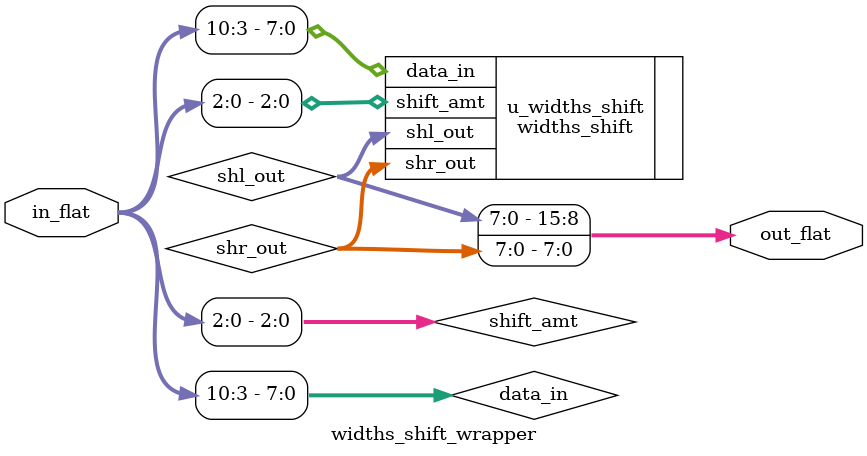
<source format=sv>

module widths_shift_wrapper (
    input  wire [10:0] in_flat,
    output wire [15:0] out_flat
);

  // Slice `in_flat` into original inputs
  wire [7:0] data_in = in_flat[10:3];
  wire [2:0] shift_amt = in_flat[2:0];

  // Wires to capture original module outputs
  wire [7:0] shl_out;
  wire [7:0] shr_out;

  // Instantiate the original module
  widths_shift u_widths_shift (
    .data_in(data_in),
    .shift_amt(shift_amt),
    .shl_out(shl_out),
    .shr_out(shr_out)
  );

  // Pack original outputs into `out_flat`
  assign out_flat[15:8] = shl_out;
  assign out_flat[7:0] = shr_out;

endmodule  // widths_shift_wrapper
</source>
